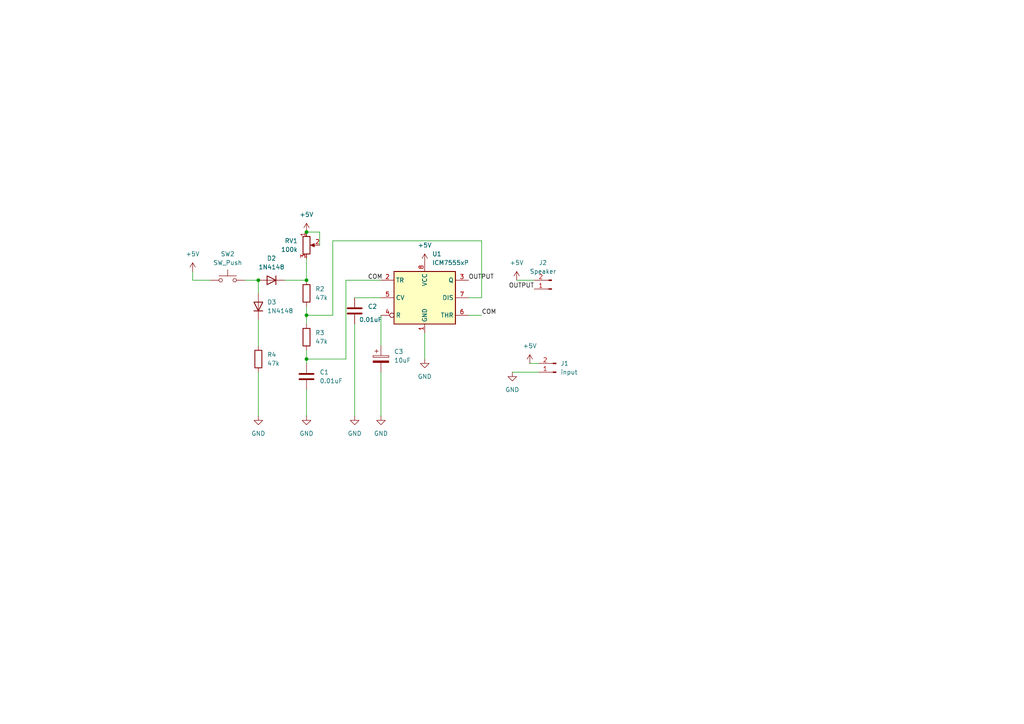
<source format=kicad_sch>
(kicad_sch
	(version 20250114)
	(generator "eeschema")
	(generator_version "9.0")
	(uuid "03aa5d95-d5dd-4cbd-8085-1e2a68bd5fb1")
	(paper "A4")
	(title_block
		(title "555 IC DOOR BELL CIRCUIT")
		(date "2025-06-16")
	)
	(lib_symbols
		(symbol "Connector:Conn_01x02_Pin"
			(pin_names
				(offset 1.016)
				(hide yes)
			)
			(exclude_from_sim no)
			(in_bom yes)
			(on_board yes)
			(property "Reference" "J"
				(at 0 2.54 0)
				(effects
					(font
						(size 1.27 1.27)
					)
				)
			)
			(property "Value" "Conn_01x02_Pin"
				(at 0 -5.08 0)
				(effects
					(font
						(size 1.27 1.27)
					)
				)
			)
			(property "Footprint" ""
				(at 0 0 0)
				(effects
					(font
						(size 1.27 1.27)
					)
					(hide yes)
				)
			)
			(property "Datasheet" "~"
				(at 0 0 0)
				(effects
					(font
						(size 1.27 1.27)
					)
					(hide yes)
				)
			)
			(property "Description" "Generic connector, single row, 01x02, script generated"
				(at 0 0 0)
				(effects
					(font
						(size 1.27 1.27)
					)
					(hide yes)
				)
			)
			(property "ki_locked" ""
				(at 0 0 0)
				(effects
					(font
						(size 1.27 1.27)
					)
				)
			)
			(property "ki_keywords" "connector"
				(at 0 0 0)
				(effects
					(font
						(size 1.27 1.27)
					)
					(hide yes)
				)
			)
			(property "ki_fp_filters" "Connector*:*_1x??_*"
				(at 0 0 0)
				(effects
					(font
						(size 1.27 1.27)
					)
					(hide yes)
				)
			)
			(symbol "Conn_01x02_Pin_1_1"
				(rectangle
					(start 0.8636 0.127)
					(end 0 -0.127)
					(stroke
						(width 0.1524)
						(type default)
					)
					(fill
						(type outline)
					)
				)
				(rectangle
					(start 0.8636 -2.413)
					(end 0 -2.667)
					(stroke
						(width 0.1524)
						(type default)
					)
					(fill
						(type outline)
					)
				)
				(polyline
					(pts
						(xy 1.27 0) (xy 0.8636 0)
					)
					(stroke
						(width 0.1524)
						(type default)
					)
					(fill
						(type none)
					)
				)
				(polyline
					(pts
						(xy 1.27 -2.54) (xy 0.8636 -2.54)
					)
					(stroke
						(width 0.1524)
						(type default)
					)
					(fill
						(type none)
					)
				)
				(pin passive line
					(at 5.08 0 180)
					(length 3.81)
					(name "Pin_1"
						(effects
							(font
								(size 1.27 1.27)
							)
						)
					)
					(number "1"
						(effects
							(font
								(size 1.27 1.27)
							)
						)
					)
				)
				(pin passive line
					(at 5.08 -2.54 180)
					(length 3.81)
					(name "Pin_2"
						(effects
							(font
								(size 1.27 1.27)
							)
						)
					)
					(number "2"
						(effects
							(font
								(size 1.27 1.27)
							)
						)
					)
				)
			)
			(embedded_fonts no)
		)
		(symbol "Device:C"
			(pin_numbers
				(hide yes)
			)
			(pin_names
				(offset 0.254)
			)
			(exclude_from_sim no)
			(in_bom yes)
			(on_board yes)
			(property "Reference" "C"
				(at 0.635 2.54 0)
				(effects
					(font
						(size 1.27 1.27)
					)
					(justify left)
				)
			)
			(property "Value" "C"
				(at 0.635 -2.54 0)
				(effects
					(font
						(size 1.27 1.27)
					)
					(justify left)
				)
			)
			(property "Footprint" ""
				(at 0.9652 -3.81 0)
				(effects
					(font
						(size 1.27 1.27)
					)
					(hide yes)
				)
			)
			(property "Datasheet" "~"
				(at 0 0 0)
				(effects
					(font
						(size 1.27 1.27)
					)
					(hide yes)
				)
			)
			(property "Description" "Unpolarized capacitor"
				(at 0 0 0)
				(effects
					(font
						(size 1.27 1.27)
					)
					(hide yes)
				)
			)
			(property "ki_keywords" "cap capacitor"
				(at 0 0 0)
				(effects
					(font
						(size 1.27 1.27)
					)
					(hide yes)
				)
			)
			(property "ki_fp_filters" "C_*"
				(at 0 0 0)
				(effects
					(font
						(size 1.27 1.27)
					)
					(hide yes)
				)
			)
			(symbol "C_0_1"
				(polyline
					(pts
						(xy -2.032 0.762) (xy 2.032 0.762)
					)
					(stroke
						(width 0.508)
						(type default)
					)
					(fill
						(type none)
					)
				)
				(polyline
					(pts
						(xy -2.032 -0.762) (xy 2.032 -0.762)
					)
					(stroke
						(width 0.508)
						(type default)
					)
					(fill
						(type none)
					)
				)
			)
			(symbol "C_1_1"
				(pin passive line
					(at 0 3.81 270)
					(length 2.794)
					(name "~"
						(effects
							(font
								(size 1.27 1.27)
							)
						)
					)
					(number "1"
						(effects
							(font
								(size 1.27 1.27)
							)
						)
					)
				)
				(pin passive line
					(at 0 -3.81 90)
					(length 2.794)
					(name "~"
						(effects
							(font
								(size 1.27 1.27)
							)
						)
					)
					(number "2"
						(effects
							(font
								(size 1.27 1.27)
							)
						)
					)
				)
			)
			(embedded_fonts no)
		)
		(symbol "Device:C_Polarized"
			(pin_numbers
				(hide yes)
			)
			(pin_names
				(offset 0.254)
			)
			(exclude_from_sim no)
			(in_bom yes)
			(on_board yes)
			(property "Reference" "C"
				(at 0.635 2.54 0)
				(effects
					(font
						(size 1.27 1.27)
					)
					(justify left)
				)
			)
			(property "Value" "C_Polarized"
				(at 0.635 -2.54 0)
				(effects
					(font
						(size 1.27 1.27)
					)
					(justify left)
				)
			)
			(property "Footprint" ""
				(at 0.9652 -3.81 0)
				(effects
					(font
						(size 1.27 1.27)
					)
					(hide yes)
				)
			)
			(property "Datasheet" "~"
				(at 0 0 0)
				(effects
					(font
						(size 1.27 1.27)
					)
					(hide yes)
				)
			)
			(property "Description" "Polarized capacitor"
				(at 0 0 0)
				(effects
					(font
						(size 1.27 1.27)
					)
					(hide yes)
				)
			)
			(property "ki_keywords" "cap capacitor"
				(at 0 0 0)
				(effects
					(font
						(size 1.27 1.27)
					)
					(hide yes)
				)
			)
			(property "ki_fp_filters" "CP_*"
				(at 0 0 0)
				(effects
					(font
						(size 1.27 1.27)
					)
					(hide yes)
				)
			)
			(symbol "C_Polarized_0_1"
				(rectangle
					(start -2.286 0.508)
					(end 2.286 1.016)
					(stroke
						(width 0)
						(type default)
					)
					(fill
						(type none)
					)
				)
				(polyline
					(pts
						(xy -1.778 2.286) (xy -0.762 2.286)
					)
					(stroke
						(width 0)
						(type default)
					)
					(fill
						(type none)
					)
				)
				(polyline
					(pts
						(xy -1.27 2.794) (xy -1.27 1.778)
					)
					(stroke
						(width 0)
						(type default)
					)
					(fill
						(type none)
					)
				)
				(rectangle
					(start 2.286 -0.508)
					(end -2.286 -1.016)
					(stroke
						(width 0)
						(type default)
					)
					(fill
						(type outline)
					)
				)
			)
			(symbol "C_Polarized_1_1"
				(pin passive line
					(at 0 3.81 270)
					(length 2.794)
					(name "~"
						(effects
							(font
								(size 1.27 1.27)
							)
						)
					)
					(number "1"
						(effects
							(font
								(size 1.27 1.27)
							)
						)
					)
				)
				(pin passive line
					(at 0 -3.81 90)
					(length 2.794)
					(name "~"
						(effects
							(font
								(size 1.27 1.27)
							)
						)
					)
					(number "2"
						(effects
							(font
								(size 1.27 1.27)
							)
						)
					)
				)
			)
			(embedded_fonts no)
		)
		(symbol "Device:R"
			(pin_numbers
				(hide yes)
			)
			(pin_names
				(offset 0)
			)
			(exclude_from_sim no)
			(in_bom yes)
			(on_board yes)
			(property "Reference" "R"
				(at 2.032 0 90)
				(effects
					(font
						(size 1.27 1.27)
					)
				)
			)
			(property "Value" "R"
				(at 0 0 90)
				(effects
					(font
						(size 1.27 1.27)
					)
				)
			)
			(property "Footprint" ""
				(at -1.778 0 90)
				(effects
					(font
						(size 1.27 1.27)
					)
					(hide yes)
				)
			)
			(property "Datasheet" "~"
				(at 0 0 0)
				(effects
					(font
						(size 1.27 1.27)
					)
					(hide yes)
				)
			)
			(property "Description" "Resistor"
				(at 0 0 0)
				(effects
					(font
						(size 1.27 1.27)
					)
					(hide yes)
				)
			)
			(property "ki_keywords" "R res resistor"
				(at 0 0 0)
				(effects
					(font
						(size 1.27 1.27)
					)
					(hide yes)
				)
			)
			(property "ki_fp_filters" "R_*"
				(at 0 0 0)
				(effects
					(font
						(size 1.27 1.27)
					)
					(hide yes)
				)
			)
			(symbol "R_0_1"
				(rectangle
					(start -1.016 -2.54)
					(end 1.016 2.54)
					(stroke
						(width 0.254)
						(type default)
					)
					(fill
						(type none)
					)
				)
			)
			(symbol "R_1_1"
				(pin passive line
					(at 0 3.81 270)
					(length 1.27)
					(name "~"
						(effects
							(font
								(size 1.27 1.27)
							)
						)
					)
					(number "1"
						(effects
							(font
								(size 1.27 1.27)
							)
						)
					)
				)
				(pin passive line
					(at 0 -3.81 90)
					(length 1.27)
					(name "~"
						(effects
							(font
								(size 1.27 1.27)
							)
						)
					)
					(number "2"
						(effects
							(font
								(size 1.27 1.27)
							)
						)
					)
				)
			)
			(embedded_fonts no)
		)
		(symbol "Device:R_Potentiometer"
			(pin_names
				(offset 1.016)
				(hide yes)
			)
			(exclude_from_sim no)
			(in_bom yes)
			(on_board yes)
			(property "Reference" "RV"
				(at -4.445 0 90)
				(effects
					(font
						(size 1.27 1.27)
					)
				)
			)
			(property "Value" "R_Potentiometer"
				(at -2.54 0 90)
				(effects
					(font
						(size 1.27 1.27)
					)
				)
			)
			(property "Footprint" ""
				(at 0 0 0)
				(effects
					(font
						(size 1.27 1.27)
					)
					(hide yes)
				)
			)
			(property "Datasheet" "~"
				(at 0 0 0)
				(effects
					(font
						(size 1.27 1.27)
					)
					(hide yes)
				)
			)
			(property "Description" "Potentiometer"
				(at 0 0 0)
				(effects
					(font
						(size 1.27 1.27)
					)
					(hide yes)
				)
			)
			(property "ki_keywords" "resistor variable"
				(at 0 0 0)
				(effects
					(font
						(size 1.27 1.27)
					)
					(hide yes)
				)
			)
			(property "ki_fp_filters" "Potentiometer*"
				(at 0 0 0)
				(effects
					(font
						(size 1.27 1.27)
					)
					(hide yes)
				)
			)
			(symbol "R_Potentiometer_0_1"
				(rectangle
					(start 1.016 2.54)
					(end -1.016 -2.54)
					(stroke
						(width 0.254)
						(type default)
					)
					(fill
						(type none)
					)
				)
				(polyline
					(pts
						(xy 1.143 0) (xy 2.286 0.508) (xy 2.286 -0.508) (xy 1.143 0)
					)
					(stroke
						(width 0)
						(type default)
					)
					(fill
						(type outline)
					)
				)
				(polyline
					(pts
						(xy 2.54 0) (xy 1.524 0)
					)
					(stroke
						(width 0)
						(type default)
					)
					(fill
						(type none)
					)
				)
			)
			(symbol "R_Potentiometer_1_1"
				(pin passive line
					(at 0 3.81 270)
					(length 1.27)
					(name "1"
						(effects
							(font
								(size 1.27 1.27)
							)
						)
					)
					(number "1"
						(effects
							(font
								(size 1.27 1.27)
							)
						)
					)
				)
				(pin passive line
					(at 0 -3.81 90)
					(length 1.27)
					(name "3"
						(effects
							(font
								(size 1.27 1.27)
							)
						)
					)
					(number "3"
						(effects
							(font
								(size 1.27 1.27)
							)
						)
					)
				)
				(pin passive line
					(at 3.81 0 180)
					(length 1.27)
					(name "2"
						(effects
							(font
								(size 1.27 1.27)
							)
						)
					)
					(number "2"
						(effects
							(font
								(size 1.27 1.27)
							)
						)
					)
				)
			)
			(embedded_fonts no)
		)
		(symbol "Diode:1N4148"
			(pin_numbers
				(hide yes)
			)
			(pin_names
				(hide yes)
			)
			(exclude_from_sim no)
			(in_bom yes)
			(on_board yes)
			(property "Reference" "D"
				(at 0 2.54 0)
				(effects
					(font
						(size 1.27 1.27)
					)
				)
			)
			(property "Value" "1N4148"
				(at 0 -2.54 0)
				(effects
					(font
						(size 1.27 1.27)
					)
				)
			)
			(property "Footprint" "Diode_THT:D_DO-35_SOD27_P7.62mm_Horizontal"
				(at 0 0 0)
				(effects
					(font
						(size 1.27 1.27)
					)
					(hide yes)
				)
			)
			(property "Datasheet" "https://assets.nexperia.com/documents/data-sheet/1N4148_1N4448.pdf"
				(at 0 0 0)
				(effects
					(font
						(size 1.27 1.27)
					)
					(hide yes)
				)
			)
			(property "Description" "100V 0.15A standard switching diode, DO-35"
				(at 0 0 0)
				(effects
					(font
						(size 1.27 1.27)
					)
					(hide yes)
				)
			)
			(property "Sim.Device" "D"
				(at 0 0 0)
				(effects
					(font
						(size 1.27 1.27)
					)
					(hide yes)
				)
			)
			(property "Sim.Pins" "1=K 2=A"
				(at 0 0 0)
				(effects
					(font
						(size 1.27 1.27)
					)
					(hide yes)
				)
			)
			(property "ki_keywords" "diode"
				(at 0 0 0)
				(effects
					(font
						(size 1.27 1.27)
					)
					(hide yes)
				)
			)
			(property "ki_fp_filters" "D*DO?35*"
				(at 0 0 0)
				(effects
					(font
						(size 1.27 1.27)
					)
					(hide yes)
				)
			)
			(symbol "1N4148_0_1"
				(polyline
					(pts
						(xy -1.27 1.27) (xy -1.27 -1.27)
					)
					(stroke
						(width 0.254)
						(type default)
					)
					(fill
						(type none)
					)
				)
				(polyline
					(pts
						(xy 1.27 1.27) (xy 1.27 -1.27) (xy -1.27 0) (xy 1.27 1.27)
					)
					(stroke
						(width 0.254)
						(type default)
					)
					(fill
						(type none)
					)
				)
				(polyline
					(pts
						(xy 1.27 0) (xy -1.27 0)
					)
					(stroke
						(width 0)
						(type default)
					)
					(fill
						(type none)
					)
				)
			)
			(symbol "1N4148_1_1"
				(pin passive line
					(at -3.81 0 0)
					(length 2.54)
					(name "K"
						(effects
							(font
								(size 1.27 1.27)
							)
						)
					)
					(number "1"
						(effects
							(font
								(size 1.27 1.27)
							)
						)
					)
				)
				(pin passive line
					(at 3.81 0 180)
					(length 2.54)
					(name "A"
						(effects
							(font
								(size 1.27 1.27)
							)
						)
					)
					(number "2"
						(effects
							(font
								(size 1.27 1.27)
							)
						)
					)
				)
			)
			(embedded_fonts no)
		)
		(symbol "Switch:SW_Push"
			(pin_numbers
				(hide yes)
			)
			(pin_names
				(offset 1.016)
				(hide yes)
			)
			(exclude_from_sim no)
			(in_bom yes)
			(on_board yes)
			(property "Reference" "SW"
				(at 1.27 2.54 0)
				(effects
					(font
						(size 1.27 1.27)
					)
					(justify left)
				)
			)
			(property "Value" "SW_Push"
				(at 0 -1.524 0)
				(effects
					(font
						(size 1.27 1.27)
					)
				)
			)
			(property "Footprint" ""
				(at 0 5.08 0)
				(effects
					(font
						(size 1.27 1.27)
					)
					(hide yes)
				)
			)
			(property "Datasheet" "~"
				(at 0 5.08 0)
				(effects
					(font
						(size 1.27 1.27)
					)
					(hide yes)
				)
			)
			(property "Description" "Push button switch, generic, two pins"
				(at 0 0 0)
				(effects
					(font
						(size 1.27 1.27)
					)
					(hide yes)
				)
			)
			(property "ki_keywords" "switch normally-open pushbutton push-button"
				(at 0 0 0)
				(effects
					(font
						(size 1.27 1.27)
					)
					(hide yes)
				)
			)
			(symbol "SW_Push_0_1"
				(circle
					(center -2.032 0)
					(radius 0.508)
					(stroke
						(width 0)
						(type default)
					)
					(fill
						(type none)
					)
				)
				(polyline
					(pts
						(xy 0 1.27) (xy 0 3.048)
					)
					(stroke
						(width 0)
						(type default)
					)
					(fill
						(type none)
					)
				)
				(circle
					(center 2.032 0)
					(radius 0.508)
					(stroke
						(width 0)
						(type default)
					)
					(fill
						(type none)
					)
				)
				(polyline
					(pts
						(xy 2.54 1.27) (xy -2.54 1.27)
					)
					(stroke
						(width 0)
						(type default)
					)
					(fill
						(type none)
					)
				)
				(pin passive line
					(at -5.08 0 0)
					(length 2.54)
					(name "1"
						(effects
							(font
								(size 1.27 1.27)
							)
						)
					)
					(number "1"
						(effects
							(font
								(size 1.27 1.27)
							)
						)
					)
				)
				(pin passive line
					(at 5.08 0 180)
					(length 2.54)
					(name "2"
						(effects
							(font
								(size 1.27 1.27)
							)
						)
					)
					(number "2"
						(effects
							(font
								(size 1.27 1.27)
							)
						)
					)
				)
			)
			(embedded_fonts no)
		)
		(symbol "Timer:ICM7555xP"
			(exclude_from_sim no)
			(in_bom yes)
			(on_board yes)
			(property "Reference" "U"
				(at -10.16 8.89 0)
				(effects
					(font
						(size 1.27 1.27)
					)
					(justify left)
				)
			)
			(property "Value" "ICM7555xP"
				(at 2.54 8.89 0)
				(effects
					(font
						(size 1.27 1.27)
					)
					(justify left)
				)
			)
			(property "Footprint" "Package_DIP:DIP-8_W7.62mm"
				(at 16.51 -10.16 0)
				(effects
					(font
						(size 1.27 1.27)
					)
					(hide yes)
				)
			)
			(property "Datasheet" "http://www.intersil.com/content/dam/Intersil/documents/icm7/icm7555-56.pdf"
				(at 21.59 -10.16 0)
				(effects
					(font
						(size 1.27 1.27)
					)
					(hide yes)
				)
			)
			(property "Description" "CMOS General Purpose Timer, 555 compatible, PDIP-8"
				(at 0 0 0)
				(effects
					(font
						(size 1.27 1.27)
					)
					(hide yes)
				)
			)
			(property "ki_keywords" "single timer 555"
				(at 0 0 0)
				(effects
					(font
						(size 1.27 1.27)
					)
					(hide yes)
				)
			)
			(property "ki_fp_filters" "DIP*W7.62mm*"
				(at 0 0 0)
				(effects
					(font
						(size 1.27 1.27)
					)
					(hide yes)
				)
			)
			(symbol "ICM7555xP_0_0"
				(pin power_in line
					(at 0 10.16 270)
					(length 2.54)
					(name "VCC"
						(effects
							(font
								(size 1.27 1.27)
							)
						)
					)
					(number "8"
						(effects
							(font
								(size 1.27 1.27)
							)
						)
					)
				)
				(pin power_in line
					(at 0 -10.16 90)
					(length 2.54)
					(name "GND"
						(effects
							(font
								(size 1.27 1.27)
							)
						)
					)
					(number "1"
						(effects
							(font
								(size 1.27 1.27)
							)
						)
					)
				)
			)
			(symbol "ICM7555xP_0_1"
				(rectangle
					(start -8.89 -7.62)
					(end 8.89 7.62)
					(stroke
						(width 0.254)
						(type default)
					)
					(fill
						(type background)
					)
				)
				(rectangle
					(start -8.89 -7.62)
					(end 8.89 7.62)
					(stroke
						(width 0.254)
						(type default)
					)
					(fill
						(type background)
					)
				)
			)
			(symbol "ICM7555xP_1_1"
				(pin input line
					(at -12.7 5.08 0)
					(length 3.81)
					(name "TR"
						(effects
							(font
								(size 1.27 1.27)
							)
						)
					)
					(number "2"
						(effects
							(font
								(size 1.27 1.27)
							)
						)
					)
				)
				(pin input line
					(at -12.7 0 0)
					(length 3.81)
					(name "CV"
						(effects
							(font
								(size 1.27 1.27)
							)
						)
					)
					(number "5"
						(effects
							(font
								(size 1.27 1.27)
							)
						)
					)
				)
				(pin input inverted
					(at -12.7 -5.08 0)
					(length 3.81)
					(name "R"
						(effects
							(font
								(size 1.27 1.27)
							)
						)
					)
					(number "4"
						(effects
							(font
								(size 1.27 1.27)
							)
						)
					)
				)
				(pin output line
					(at 12.7 5.08 180)
					(length 3.81)
					(name "Q"
						(effects
							(font
								(size 1.27 1.27)
							)
						)
					)
					(number "3"
						(effects
							(font
								(size 1.27 1.27)
							)
						)
					)
				)
				(pin input line
					(at 12.7 0 180)
					(length 3.81)
					(name "DIS"
						(effects
							(font
								(size 1.27 1.27)
							)
						)
					)
					(number "7"
						(effects
							(font
								(size 1.27 1.27)
							)
						)
					)
				)
				(pin input line
					(at 12.7 -5.08 180)
					(length 3.81)
					(name "THR"
						(effects
							(font
								(size 1.27 1.27)
							)
						)
					)
					(number "6"
						(effects
							(font
								(size 1.27 1.27)
							)
						)
					)
				)
			)
			(embedded_fonts no)
		)
		(symbol "power:+5V"
			(power)
			(pin_numbers
				(hide yes)
			)
			(pin_names
				(offset 0)
				(hide yes)
			)
			(exclude_from_sim no)
			(in_bom yes)
			(on_board yes)
			(property "Reference" "#PWR"
				(at 0 -3.81 0)
				(effects
					(font
						(size 1.27 1.27)
					)
					(hide yes)
				)
			)
			(property "Value" "+5V"
				(at 0 3.556 0)
				(effects
					(font
						(size 1.27 1.27)
					)
				)
			)
			(property "Footprint" ""
				(at 0 0 0)
				(effects
					(font
						(size 1.27 1.27)
					)
					(hide yes)
				)
			)
			(property "Datasheet" ""
				(at 0 0 0)
				(effects
					(font
						(size 1.27 1.27)
					)
					(hide yes)
				)
			)
			(property "Description" "Power symbol creates a global label with name \"+5V\""
				(at 0 0 0)
				(effects
					(font
						(size 1.27 1.27)
					)
					(hide yes)
				)
			)
			(property "ki_keywords" "global power"
				(at 0 0 0)
				(effects
					(font
						(size 1.27 1.27)
					)
					(hide yes)
				)
			)
			(symbol "+5V_0_1"
				(polyline
					(pts
						(xy -0.762 1.27) (xy 0 2.54)
					)
					(stroke
						(width 0)
						(type default)
					)
					(fill
						(type none)
					)
				)
				(polyline
					(pts
						(xy 0 2.54) (xy 0.762 1.27)
					)
					(stroke
						(width 0)
						(type default)
					)
					(fill
						(type none)
					)
				)
				(polyline
					(pts
						(xy 0 0) (xy 0 2.54)
					)
					(stroke
						(width 0)
						(type default)
					)
					(fill
						(type none)
					)
				)
			)
			(symbol "+5V_1_1"
				(pin power_in line
					(at 0 0 90)
					(length 0)
					(name "~"
						(effects
							(font
								(size 1.27 1.27)
							)
						)
					)
					(number "1"
						(effects
							(font
								(size 1.27 1.27)
							)
						)
					)
				)
			)
			(embedded_fonts no)
		)
		(symbol "power:GND"
			(power)
			(pin_numbers
				(hide yes)
			)
			(pin_names
				(offset 0)
				(hide yes)
			)
			(exclude_from_sim no)
			(in_bom yes)
			(on_board yes)
			(property "Reference" "#PWR"
				(at 0 -6.35 0)
				(effects
					(font
						(size 1.27 1.27)
					)
					(hide yes)
				)
			)
			(property "Value" "GND"
				(at 0 -3.81 0)
				(effects
					(font
						(size 1.27 1.27)
					)
				)
			)
			(property "Footprint" ""
				(at 0 0 0)
				(effects
					(font
						(size 1.27 1.27)
					)
					(hide yes)
				)
			)
			(property "Datasheet" ""
				(at 0 0 0)
				(effects
					(font
						(size 1.27 1.27)
					)
					(hide yes)
				)
			)
			(property "Description" "Power symbol creates a global label with name \"GND\" , ground"
				(at 0 0 0)
				(effects
					(font
						(size 1.27 1.27)
					)
					(hide yes)
				)
			)
			(property "ki_keywords" "global power"
				(at 0 0 0)
				(effects
					(font
						(size 1.27 1.27)
					)
					(hide yes)
				)
			)
			(symbol "GND_0_1"
				(polyline
					(pts
						(xy 0 0) (xy 0 -1.27) (xy 1.27 -1.27) (xy 0 -2.54) (xy -1.27 -1.27) (xy 0 -1.27)
					)
					(stroke
						(width 0)
						(type default)
					)
					(fill
						(type none)
					)
				)
			)
			(symbol "GND_1_1"
				(pin power_in line
					(at 0 0 270)
					(length 0)
					(name "~"
						(effects
							(font
								(size 1.27 1.27)
							)
						)
					)
					(number "1"
						(effects
							(font
								(size 1.27 1.27)
							)
						)
					)
				)
			)
			(embedded_fonts no)
		)
	)
	(junction
		(at 88.9 104.14)
		(diameter 0)
		(color 0 0 0 0)
		(uuid "13dfc99a-575c-4cdc-8135-4703b0861c71")
	)
	(junction
		(at 88.9 91.44)
		(diameter 0)
		(color 0 0 0 0)
		(uuid "3776e664-2ce7-4039-970b-fbaca8f54dd3")
	)
	(junction
		(at 74.93 81.28)
		(diameter 0)
		(color 0 0 0 0)
		(uuid "553bedb2-b1a2-45d9-a991-201e2f45e921")
	)
	(junction
		(at 88.9 81.28)
		(diameter 0)
		(color 0 0 0 0)
		(uuid "5cf635d7-45c4-4ba1-89bc-7698b76071f0")
	)
	(junction
		(at 88.9 67.31)
		(diameter 0)
		(color 0 0 0 0)
		(uuid "b83efc42-c2bb-4b47-8811-a2ccc2efe223")
	)
	(wire
		(pts
			(xy 92.71 67.31) (xy 92.71 71.12)
		)
		(stroke
			(width 0)
			(type default)
		)
		(uuid "0263e827-cbb9-4add-a4e4-59da8cdec068")
	)
	(wire
		(pts
			(xy 74.93 81.28) (xy 74.93 85.09)
		)
		(stroke
			(width 0)
			(type default)
		)
		(uuid "07ff7cd6-e2e2-4284-a43d-ff75b25e196c")
	)
	(wire
		(pts
			(xy 96.52 91.44) (xy 88.9 91.44)
		)
		(stroke
			(width 0)
			(type default)
		)
		(uuid "11cb9453-27d3-446d-94c8-0a2a7c20bc50")
	)
	(wire
		(pts
			(xy 55.88 81.28) (xy 60.96 81.28)
		)
		(stroke
			(width 0)
			(type default)
		)
		(uuid "1fdb7be9-8956-43c8-afba-a9e35c5d77fc")
	)
	(wire
		(pts
			(xy 123.19 96.52) (xy 123.19 104.14)
		)
		(stroke
			(width 0)
			(type default)
		)
		(uuid "23dc297d-0afe-4f09-a1b4-bd0cea3a0aa8")
	)
	(wire
		(pts
			(xy 88.9 67.31) (xy 92.71 67.31)
		)
		(stroke
			(width 0)
			(type default)
		)
		(uuid "2e5be2c5-c13a-4739-8b6e-728129bea14b")
	)
	(wire
		(pts
			(xy 88.9 113.03) (xy 88.9 120.65)
		)
		(stroke
			(width 0)
			(type default)
		)
		(uuid "3d5526e6-cb84-4719-b0d8-b8b0ced65f3f")
	)
	(wire
		(pts
			(xy 149.86 81.28) (xy 154.94 81.28)
		)
		(stroke
			(width 0)
			(type default)
		)
		(uuid "48f09e55-282f-4624-9a44-2a50c8c8625a")
	)
	(wire
		(pts
			(xy 88.9 104.14) (xy 100.33 104.14)
		)
		(stroke
			(width 0)
			(type default)
		)
		(uuid "497a86d4-69b6-4e47-91f3-3b6338088f01")
	)
	(wire
		(pts
			(xy 74.93 92.71) (xy 74.93 100.33)
		)
		(stroke
			(width 0)
			(type default)
		)
		(uuid "6240b666-7101-4b56-87c3-411c73f073b5")
	)
	(wire
		(pts
			(xy 139.7 86.36) (xy 139.7 69.85)
		)
		(stroke
			(width 0)
			(type default)
		)
		(uuid "6be8c9a1-101a-4d90-b282-181dd556ef65")
	)
	(wire
		(pts
			(xy 102.87 93.98) (xy 102.87 120.65)
		)
		(stroke
			(width 0)
			(type default)
		)
		(uuid "78724c5e-27e1-4b95-b79f-8f5a8afe3496")
	)
	(wire
		(pts
			(xy 74.93 107.95) (xy 74.93 120.65)
		)
		(stroke
			(width 0)
			(type default)
		)
		(uuid "7bffc786-364c-423d-a4a7-09cdfd997de8")
	)
	(wire
		(pts
			(xy 71.12 81.28) (xy 74.93 81.28)
		)
		(stroke
			(width 0)
			(type default)
		)
		(uuid "7ec03e2f-d1d5-4054-a01f-010a9432ad53")
	)
	(wire
		(pts
			(xy 88.9 101.6) (xy 88.9 104.14)
		)
		(stroke
			(width 0)
			(type default)
		)
		(uuid "8d84d9bc-867d-4532-9a55-356157c75e4e")
	)
	(wire
		(pts
			(xy 88.9 88.9) (xy 88.9 91.44)
		)
		(stroke
			(width 0)
			(type default)
		)
		(uuid "91f86b79-531b-4356-9933-8380c9cd4f45")
	)
	(wire
		(pts
			(xy 100.33 104.14) (xy 100.33 81.28)
		)
		(stroke
			(width 0)
			(type default)
		)
		(uuid "a518687d-a2c8-4a9a-b8ed-90f610c45bdf")
	)
	(wire
		(pts
			(xy 55.88 81.28) (xy 55.88 78.74)
		)
		(stroke
			(width 0)
			(type default)
		)
		(uuid "ad415b02-f435-4ae5-8ee3-1e44d5d5e39e")
	)
	(wire
		(pts
			(xy 153.67 105.41) (xy 156.21 105.41)
		)
		(stroke
			(width 0)
			(type default)
		)
		(uuid "b02d9720-24e6-4839-946e-17dbc83729aa")
	)
	(wire
		(pts
			(xy 102.87 86.36) (xy 110.49 86.36)
		)
		(stroke
			(width 0)
			(type default)
		)
		(uuid "b05d4a20-01dd-492f-8265-8840ea0d6e4b")
	)
	(wire
		(pts
			(xy 110.49 91.44) (xy 110.49 100.33)
		)
		(stroke
			(width 0)
			(type default)
		)
		(uuid "b8be8258-c7e6-41fe-8c86-ec5f0534338a")
	)
	(wire
		(pts
			(xy 88.9 91.44) (xy 88.9 93.98)
		)
		(stroke
			(width 0)
			(type default)
		)
		(uuid "b93d8e35-08ba-4f7f-ba7f-8bed11b2f5f5")
	)
	(wire
		(pts
			(xy 148.59 107.95) (xy 156.21 107.95)
		)
		(stroke
			(width 0)
			(type default)
		)
		(uuid "bf95ed93-635f-4625-9187-69d94983ecce")
	)
	(wire
		(pts
			(xy 135.89 86.36) (xy 139.7 86.36)
		)
		(stroke
			(width 0)
			(type default)
		)
		(uuid "c23c0de3-58d7-473c-b0a1-43c0434155fa")
	)
	(wire
		(pts
			(xy 110.49 107.95) (xy 110.49 120.65)
		)
		(stroke
			(width 0)
			(type default)
		)
		(uuid "c3c48694-79c2-490c-a257-a58fec6fdb6d")
	)
	(wire
		(pts
			(xy 139.7 69.85) (xy 96.52 69.85)
		)
		(stroke
			(width 0)
			(type default)
		)
		(uuid "c60c1ec8-14e9-439c-834e-7f47920ea439")
	)
	(wire
		(pts
			(xy 82.55 81.28) (xy 88.9 81.28)
		)
		(stroke
			(width 0)
			(type default)
		)
		(uuid "cdb873dd-af4f-42ee-80de-b4e85d0d49bb")
	)
	(wire
		(pts
			(xy 100.33 81.28) (xy 110.49 81.28)
		)
		(stroke
			(width 0)
			(type default)
		)
		(uuid "d9f9ff7c-7220-4b2f-9080-66181313222b")
	)
	(wire
		(pts
			(xy 88.9 74.93) (xy 88.9 81.28)
		)
		(stroke
			(width 0)
			(type default)
		)
		(uuid "eb9e03f4-b8c4-4df7-acd9-de1a6a59795b")
	)
	(wire
		(pts
			(xy 88.9 104.14) (xy 88.9 105.41)
		)
		(stroke
			(width 0)
			(type default)
		)
		(uuid "ee2dca74-e9c8-41bf-9493-255a0d00a58e")
	)
	(wire
		(pts
			(xy 96.52 69.85) (xy 96.52 91.44)
		)
		(stroke
			(width 0)
			(type default)
		)
		(uuid "fa131c26-2bb6-44d2-99b1-52c156294687")
	)
	(wire
		(pts
			(xy 135.89 91.44) (xy 139.7 91.44)
		)
		(stroke
			(width 0)
			(type default)
		)
		(uuid "fcf533bf-adb8-46c9-be49-0957fb8baffd")
	)
	(label "COM"
		(at 139.7 91.44 0)
		(effects
			(font
				(size 1.27 1.27)
			)
			(justify left bottom)
		)
		(uuid "1401d437-7e3d-4e05-bc85-01128e461555")
	)
	(label "COM"
		(at 106.68 81.28 0)
		(effects
			(font
				(size 1.27 1.27)
			)
			(justify left bottom)
		)
		(uuid "8d059b8e-3015-471f-b56a-68afe6bddf75")
	)
	(label "OUTPUT"
		(at 135.89 81.28 0)
		(effects
			(font
				(size 1.27 1.27)
			)
			(justify left bottom)
		)
		(uuid "9f49fca7-8d6b-4182-b3db-422d8abcc777")
	)
	(label "OUTPUT"
		(at 154.94 83.82 180)
		(effects
			(font
				(size 1.27 1.27)
			)
			(justify right bottom)
		)
		(uuid "ca5cc833-6420-4b5c-89e6-c528be835523")
	)
	(symbol
		(lib_id "Connector:Conn_01x02_Pin")
		(at 161.29 107.95 180)
		(unit 1)
		(exclude_from_sim no)
		(in_bom yes)
		(on_board yes)
		(dnp no)
		(fields_autoplaced yes)
		(uuid "021ef7d5-1bee-41d7-aad5-240d32e39554")
		(property "Reference" "J1"
			(at 162.56 105.4099 0)
			(effects
				(font
					(size 1.27 1.27)
				)
				(justify right)
			)
		)
		(property "Value" "input"
			(at 162.56 107.9499 0)
			(effects
				(font
					(size 1.27 1.27)
				)
				(justify right)
			)
		)
		(property "Footprint" "TerminalBlock:TerminalBlock_MaiXu_MX126-5.0-02P_1x02_P5.00mm"
			(at 161.29 107.95 0)
			(effects
				(font
					(size 1.27 1.27)
				)
				(hide yes)
			)
		)
		(property "Datasheet" "~"
			(at 161.29 107.95 0)
			(effects
				(font
					(size 1.27 1.27)
				)
				(hide yes)
			)
		)
		(property "Description" "Generic connector, single row, 01x02, script generated"
			(at 161.29 107.95 0)
			(effects
				(font
					(size 1.27 1.27)
				)
				(hide yes)
			)
		)
		(pin "2"
			(uuid "bc2fc501-bc4f-419d-8841-617741edc0b3")
		)
		(pin "1"
			(uuid "8547e3c3-a7c5-4eb9-9519-3342f8d4533d")
		)
		(instances
			(project ""
				(path "/03aa5d95-d5dd-4cbd-8085-1e2a68bd5fb1"
					(reference "J1")
					(unit 1)
				)
			)
		)
	)
	(symbol
		(lib_id "Timer:ICM7555xP")
		(at 123.19 86.36 0)
		(unit 1)
		(exclude_from_sim no)
		(in_bom yes)
		(on_board yes)
		(dnp no)
		(fields_autoplaced yes)
		(uuid "16494e96-fd3e-407f-b905-8d30e3758f25")
		(property "Reference" "U1"
			(at 125.3333 73.66 0)
			(effects
				(font
					(size 1.27 1.27)
				)
				(justify left)
			)
		)
		(property "Value" "ICM7555xP"
			(at 125.3333 76.2 0)
			(effects
				(font
					(size 1.27 1.27)
				)
				(justify left)
			)
		)
		(property "Footprint" "Package_DIP:DIP-8_W7.62mm"
			(at 139.7 96.52 0)
			(effects
				(font
					(size 1.27 1.27)
				)
				(hide yes)
			)
		)
		(property "Datasheet" "http://www.intersil.com/content/dam/Intersil/documents/icm7/icm7555-56.pdf"
			(at 144.78 96.52 0)
			(effects
				(font
					(size 1.27 1.27)
				)
				(hide yes)
			)
		)
		(property "Description" "CMOS General Purpose Timer, 555 compatible, PDIP-8"
			(at 123.19 86.36 0)
			(effects
				(font
					(size 1.27 1.27)
				)
				(hide yes)
			)
		)
		(pin "6"
			(uuid "92833076-b04c-4316-aa71-658ce7154060")
		)
		(pin "2"
			(uuid "cee9e8ec-b20e-43d5-8a85-dfeb467fb7f1")
		)
		(pin "3"
			(uuid "e91edfb9-3e5f-465a-8685-ec59ba351eee")
		)
		(pin "5"
			(uuid "733916d0-ab39-4f0a-837e-f574e7f0b65a")
		)
		(pin "4"
			(uuid "fb77d793-897a-4f0c-9845-75d8b0269e97")
		)
		(pin "8"
			(uuid "aa5d4683-4cba-4e20-a3f3-d43a96b50af7")
		)
		(pin "1"
			(uuid "2f87eba4-655a-4407-b192-fa944bd12993")
		)
		(pin "7"
			(uuid "ab688f03-c4fa-4b62-815d-ca3b1fd9bede")
		)
		(instances
			(project ""
				(path "/03aa5d95-d5dd-4cbd-8085-1e2a68bd5fb1"
					(reference "U1")
					(unit 1)
				)
			)
		)
	)
	(symbol
		(lib_id "Device:R")
		(at 74.93 104.14 0)
		(unit 1)
		(exclude_from_sim no)
		(in_bom yes)
		(on_board yes)
		(dnp no)
		(fields_autoplaced yes)
		(uuid "18ed1fc9-183a-4208-a6ef-a889d9ea0c3a")
		(property "Reference" "R4"
			(at 77.47 102.8699 0)
			(effects
				(font
					(size 1.27 1.27)
				)
				(justify left)
			)
		)
		(property "Value" "47k"
			(at 77.47 105.4099 0)
			(effects
				(font
					(size 1.27 1.27)
				)
				(justify left)
			)
		)
		(property "Footprint" "Resistor_THT:R_Axial_DIN0207_L6.3mm_D2.5mm_P10.16mm_Horizontal"
			(at 73.152 104.14 90)
			(effects
				(font
					(size 1.27 1.27)
				)
				(hide yes)
			)
		)
		(property "Datasheet" "~"
			(at 74.93 104.14 0)
			(effects
				(font
					(size 1.27 1.27)
				)
				(hide yes)
			)
		)
		(property "Description" "Resistor"
			(at 74.93 104.14 0)
			(effects
				(font
					(size 1.27 1.27)
				)
				(hide yes)
			)
		)
		(pin "1"
			(uuid "b956e97c-7586-4eaa-9371-555e9f666e39")
		)
		(pin "2"
			(uuid "eeeb4371-ba3c-4028-a393-5d92af9a795b")
		)
		(instances
			(project ""
				(path "/03aa5d95-d5dd-4cbd-8085-1e2a68bd5fb1"
					(reference "R4")
					(unit 1)
				)
			)
		)
	)
	(symbol
		(lib_id "power:+5V")
		(at 88.9 67.31 0)
		(unit 1)
		(exclude_from_sim no)
		(in_bom yes)
		(on_board yes)
		(dnp no)
		(fields_autoplaced yes)
		(uuid "25fc3d6a-444b-49b6-9726-eca5b91e64ce")
		(property "Reference" "#PWR04"
			(at 88.9 71.12 0)
			(effects
				(font
					(size 1.27 1.27)
				)
				(hide yes)
			)
		)
		(property "Value" "+5V"
			(at 88.9 62.23 0)
			(effects
				(font
					(size 1.27 1.27)
				)
			)
		)
		(property "Footprint" ""
			(at 88.9 67.31 0)
			(effects
				(font
					(size 1.27 1.27)
				)
				(hide yes)
			)
		)
		(property "Datasheet" ""
			(at 88.9 67.31 0)
			(effects
				(font
					(size 1.27 1.27)
				)
				(hide yes)
			)
		)
		(property "Description" "Power symbol creates a global label with name \"+5V\""
			(at 88.9 67.31 0)
			(effects
				(font
					(size 1.27 1.27)
				)
				(hide yes)
			)
		)
		(pin "1"
			(uuid "23d0d605-5c1e-4bfc-9747-411e55675d26")
		)
		(instances
			(project "doorbell"
				(path "/03aa5d95-d5dd-4cbd-8085-1e2a68bd5fb1"
					(reference "#PWR04")
					(unit 1)
				)
			)
		)
	)
	(symbol
		(lib_id "power:GND")
		(at 74.93 120.65 0)
		(unit 1)
		(exclude_from_sim no)
		(in_bom yes)
		(on_board yes)
		(dnp no)
		(fields_autoplaced yes)
		(uuid "2d5a28e1-96c2-4414-9acf-3e3d12909471")
		(property "Reference" "#PWR03"
			(at 74.93 127 0)
			(effects
				(font
					(size 1.27 1.27)
				)
				(hide yes)
			)
		)
		(property "Value" "GND"
			(at 74.93 125.73 0)
			(effects
				(font
					(size 1.27 1.27)
				)
			)
		)
		(property "Footprint" ""
			(at 74.93 120.65 0)
			(effects
				(font
					(size 1.27 1.27)
				)
				(hide yes)
			)
		)
		(property "Datasheet" ""
			(at 74.93 120.65 0)
			(effects
				(font
					(size 1.27 1.27)
				)
				(hide yes)
			)
		)
		(property "Description" "Power symbol creates a global label with name \"GND\" , ground"
			(at 74.93 120.65 0)
			(effects
				(font
					(size 1.27 1.27)
				)
				(hide yes)
			)
		)
		(pin "1"
			(uuid "a470dd42-875d-4d9e-a3dd-a4d3462f356d")
		)
		(instances
			(project "doorbell"
				(path "/03aa5d95-d5dd-4cbd-8085-1e2a68bd5fb1"
					(reference "#PWR03")
					(unit 1)
				)
			)
		)
	)
	(symbol
		(lib_id "Diode:1N4148")
		(at 78.74 81.28 180)
		(unit 1)
		(exclude_from_sim no)
		(in_bom yes)
		(on_board yes)
		(dnp no)
		(fields_autoplaced yes)
		(uuid "3d24c4fe-d699-45e0-91df-811086b47dba")
		(property "Reference" "D2"
			(at 78.74 74.93 0)
			(effects
				(font
					(size 1.27 1.27)
				)
			)
		)
		(property "Value" "1N4148"
			(at 78.74 77.47 0)
			(effects
				(font
					(size 1.27 1.27)
				)
			)
		)
		(property "Footprint" "Diode_THT:D_DO-35_SOD27_P7.62mm_Horizontal"
			(at 78.74 81.28 0)
			(effects
				(font
					(size 1.27 1.27)
				)
				(hide yes)
			)
		)
		(property "Datasheet" "https://assets.nexperia.com/documents/data-sheet/1N4148_1N4448.pdf"
			(at 78.74 81.28 0)
			(effects
				(font
					(size 1.27 1.27)
				)
				(hide yes)
			)
		)
		(property "Description" "100V 0.15A standard switching diode, DO-35"
			(at 78.74 81.28 0)
			(effects
				(font
					(size 1.27 1.27)
				)
				(hide yes)
			)
		)
		(property "Sim.Device" "D"
			(at 78.74 81.28 0)
			(effects
				(font
					(size 1.27 1.27)
				)
				(hide yes)
			)
		)
		(property "Sim.Pins" "1=K 2=A"
			(at 78.74 81.28 0)
			(effects
				(font
					(size 1.27 1.27)
				)
				(hide yes)
			)
		)
		(pin "1"
			(uuid "69fb76f0-df5d-42ff-ab76-3b809041d3e8")
		)
		(pin "2"
			(uuid "235b3612-f6c0-4e7f-a0c6-56969a9d939c")
		)
		(instances
			(project ""
				(path "/03aa5d95-d5dd-4cbd-8085-1e2a68bd5fb1"
					(reference "D2")
					(unit 1)
				)
			)
		)
	)
	(symbol
		(lib_id "power:GND")
		(at 110.49 120.65 0)
		(unit 1)
		(exclude_from_sim no)
		(in_bom yes)
		(on_board yes)
		(dnp no)
		(fields_autoplaced yes)
		(uuid "43614829-7281-4443-a1eb-0cefc9849574")
		(property "Reference" "#PWR01"
			(at 110.49 127 0)
			(effects
				(font
					(size 1.27 1.27)
				)
				(hide yes)
			)
		)
		(property "Value" "GND"
			(at 110.49 125.73 0)
			(effects
				(font
					(size 1.27 1.27)
				)
			)
		)
		(property "Footprint" ""
			(at 110.49 120.65 0)
			(effects
				(font
					(size 1.27 1.27)
				)
				(hide yes)
			)
		)
		(property "Datasheet" ""
			(at 110.49 120.65 0)
			(effects
				(font
					(size 1.27 1.27)
				)
				(hide yes)
			)
		)
		(property "Description" "Power symbol creates a global label with name \"GND\" , ground"
			(at 110.49 120.65 0)
			(effects
				(font
					(size 1.27 1.27)
				)
				(hide yes)
			)
		)
		(pin "1"
			(uuid "d5ee89cc-b0e9-4017-9053-b362bea1733e")
		)
		(instances
			(project ""
				(path "/03aa5d95-d5dd-4cbd-8085-1e2a68bd5fb1"
					(reference "#PWR01")
					(unit 1)
				)
			)
		)
	)
	(symbol
		(lib_id "Connector:Conn_01x02_Pin")
		(at 160.02 83.82 180)
		(unit 1)
		(exclude_from_sim no)
		(in_bom yes)
		(on_board yes)
		(dnp no)
		(uuid "52cc1d27-be54-4c87-963a-4dd837982ad0")
		(property "Reference" "J2"
			(at 157.48 76.2 0)
			(effects
				(font
					(size 1.27 1.27)
				)
			)
		)
		(property "Value" "Speaker"
			(at 157.48 78.74 0)
			(effects
				(font
					(size 1.27 1.27)
				)
			)
		)
		(property "Footprint" "TerminalBlock:TerminalBlock_MaiXu_MX126-5.0-02P_1x02_P5.00mm"
			(at 160.02 83.82 0)
			(effects
				(font
					(size 1.27 1.27)
				)
				(hide yes)
			)
		)
		(property "Datasheet" "~"
			(at 160.02 83.82 0)
			(effects
				(font
					(size 1.27 1.27)
				)
				(hide yes)
			)
		)
		(property "Description" "Generic connector, single row, 01x02, script generated"
			(at 160.02 83.82 0)
			(effects
				(font
					(size 1.27 1.27)
				)
				(hide yes)
			)
		)
		(pin "2"
			(uuid "bc2fc501-bc4f-419d-8841-617741edc0b4")
		)
		(pin "1"
			(uuid "8547e3c3-a7c5-4eb9-9519-3342f8d4533e")
		)
		(instances
			(project ""
				(path "/03aa5d95-d5dd-4cbd-8085-1e2a68bd5fb1"
					(reference "J2")
					(unit 1)
				)
			)
		)
	)
	(symbol
		(lib_id "Device:C")
		(at 88.9 109.22 0)
		(unit 1)
		(exclude_from_sim no)
		(in_bom yes)
		(on_board yes)
		(dnp no)
		(fields_autoplaced yes)
		(uuid "53f97c03-6d54-47a0-9472-550b623ba08d")
		(property "Reference" "C1"
			(at 92.71 107.9499 0)
			(effects
				(font
					(size 1.27 1.27)
				)
				(justify left)
			)
		)
		(property "Value" "0.01uF"
			(at 92.71 110.4899 0)
			(effects
				(font
					(size 1.27 1.27)
				)
				(justify left)
			)
		)
		(property "Footprint" "Capacitor_THT:CP_Radial_D4.0mm_P2.00mm"
			(at 89.8652 113.03 0)
			(effects
				(font
					(size 1.27 1.27)
				)
				(hide yes)
			)
		)
		(property "Datasheet" "~"
			(at 88.9 109.22 0)
			(effects
				(font
					(size 1.27 1.27)
				)
				(hide yes)
			)
		)
		(property "Description" "Unpolarized capacitor"
			(at 88.9 109.22 0)
			(effects
				(font
					(size 1.27 1.27)
				)
				(hide yes)
			)
		)
		(pin "1"
			(uuid "056d8f8a-340d-4db5-987c-9f10b49def3b")
		)
		(pin "2"
			(uuid "3d6fb46f-76c6-4dd9-babe-10ee6ef87965")
		)
		(instances
			(project ""
				(path "/03aa5d95-d5dd-4cbd-8085-1e2a68bd5fb1"
					(reference "C1")
					(unit 1)
				)
			)
		)
	)
	(symbol
		(lib_id "Device:R")
		(at 88.9 97.79 0)
		(unit 1)
		(exclude_from_sim no)
		(in_bom yes)
		(on_board yes)
		(dnp no)
		(fields_autoplaced yes)
		(uuid "55ad8694-ce7b-464e-8e54-5483da685002")
		(property "Reference" "R3"
			(at 91.44 96.5199 0)
			(effects
				(font
					(size 1.27 1.27)
				)
				(justify left)
			)
		)
		(property "Value" "47k"
			(at 91.44 99.0599 0)
			(effects
				(font
					(size 1.27 1.27)
				)
				(justify left)
			)
		)
		(property "Footprint" "Resistor_THT:R_Axial_DIN0207_L6.3mm_D2.5mm_P10.16mm_Horizontal"
			(at 87.122 97.79 90)
			(effects
				(font
					(size 1.27 1.27)
				)
				(hide yes)
			)
		)
		(property "Datasheet" "~"
			(at 88.9 97.79 0)
			(effects
				(font
					(size 1.27 1.27)
				)
				(hide yes)
			)
		)
		(property "Description" "Resistor"
			(at 88.9 97.79 0)
			(effects
				(font
					(size 1.27 1.27)
				)
				(hide yes)
			)
		)
		(pin "1"
			(uuid "b956e97c-7586-4eaa-9371-555e9f666e3a")
		)
		(pin "2"
			(uuid "eeeb4371-ba3c-4028-a393-5d92af9a795c")
		)
		(instances
			(project ""
				(path "/03aa5d95-d5dd-4cbd-8085-1e2a68bd5fb1"
					(reference "R3")
					(unit 1)
				)
			)
		)
	)
	(symbol
		(lib_id "Device:C_Polarized")
		(at 110.49 104.14 0)
		(unit 1)
		(exclude_from_sim no)
		(in_bom yes)
		(on_board yes)
		(dnp no)
		(fields_autoplaced yes)
		(uuid "562b5f3b-6042-47e3-a851-2e91e84a8636")
		(property "Reference" "C3"
			(at 114.3 101.9809 0)
			(effects
				(font
					(size 1.27 1.27)
				)
				(justify left)
			)
		)
		(property "Value" "10uF"
			(at 114.3 104.5209 0)
			(effects
				(font
					(size 1.27 1.27)
				)
				(justify left)
			)
		)
		(property "Footprint" "Capacitor_THT:CP_Radial_D5.0mm_P2.00mm"
			(at 111.4552 107.95 0)
			(effects
				(font
					(size 1.27 1.27)
				)
				(hide yes)
			)
		)
		(property "Datasheet" "~"
			(at 110.49 104.14 0)
			(effects
				(font
					(size 1.27 1.27)
				)
				(hide yes)
			)
		)
		(property "Description" "Polarized capacitor"
			(at 110.49 104.14 0)
			(effects
				(font
					(size 1.27 1.27)
				)
				(hide yes)
			)
		)
		(pin "1"
			(uuid "d5e997e2-f79f-4c4b-993b-1f17cd093a28")
		)
		(pin "2"
			(uuid "969345f5-c901-4511-8157-e2a1ad9dfe4d")
		)
		(instances
			(project ""
				(path "/03aa5d95-d5dd-4cbd-8085-1e2a68bd5fb1"
					(reference "C3")
					(unit 1)
				)
			)
		)
	)
	(symbol
		(lib_id "power:+5V")
		(at 123.19 76.2 0)
		(unit 1)
		(exclude_from_sim no)
		(in_bom yes)
		(on_board yes)
		(dnp no)
		(fields_autoplaced yes)
		(uuid "5ab6d322-c031-4972-adb3-13ad0798ad10")
		(property "Reference" "#PWR05"
			(at 123.19 80.01 0)
			(effects
				(font
					(size 1.27 1.27)
				)
				(hide yes)
			)
		)
		(property "Value" "+5V"
			(at 123.19 71.12 0)
			(effects
				(font
					(size 1.27 1.27)
				)
			)
		)
		(property "Footprint" ""
			(at 123.19 76.2 0)
			(effects
				(font
					(size 1.27 1.27)
				)
				(hide yes)
			)
		)
		(property "Datasheet" ""
			(at 123.19 76.2 0)
			(effects
				(font
					(size 1.27 1.27)
				)
				(hide yes)
			)
		)
		(property "Description" "Power symbol creates a global label with name \"+5V\""
			(at 123.19 76.2 0)
			(effects
				(font
					(size 1.27 1.27)
				)
				(hide yes)
			)
		)
		(pin "1"
			(uuid "5ae53f8d-8f56-4556-8aab-0844e1b40405")
		)
		(instances
			(project "doorbell"
				(path "/03aa5d95-d5dd-4cbd-8085-1e2a68bd5fb1"
					(reference "#PWR05")
					(unit 1)
				)
			)
		)
	)
	(symbol
		(lib_id "Diode:1N4148")
		(at 74.93 88.9 90)
		(unit 1)
		(exclude_from_sim no)
		(in_bom yes)
		(on_board yes)
		(dnp no)
		(fields_autoplaced yes)
		(uuid "5b8b3d96-64f0-4599-8def-cc9159f234d2")
		(property "Reference" "D3"
			(at 77.47 87.6299 90)
			(effects
				(font
					(size 1.27 1.27)
				)
				(justify right)
			)
		)
		(property "Value" "1N4148"
			(at 77.47 90.1699 90)
			(effects
				(font
					(size 1.27 1.27)
				)
				(justify right)
			)
		)
		(property "Footprint" "Diode_THT:D_DO-35_SOD27_P7.62mm_Horizontal"
			(at 74.93 88.9 0)
			(effects
				(font
					(size 1.27 1.27)
				)
				(hide yes)
			)
		)
		(property "Datasheet" "https://assets.nexperia.com/documents/data-sheet/1N4148_1N4448.pdf"
			(at 74.93 88.9 0)
			(effects
				(font
					(size 1.27 1.27)
				)
				(hide yes)
			)
		)
		(property "Description" "100V 0.15A standard switching diode, DO-35"
			(at 74.93 88.9 0)
			(effects
				(font
					(size 1.27 1.27)
				)
				(hide yes)
			)
		)
		(property "Sim.Device" "D"
			(at 74.93 88.9 0)
			(effects
				(font
					(size 1.27 1.27)
				)
				(hide yes)
			)
		)
		(property "Sim.Pins" "1=K 2=A"
			(at 74.93 88.9 0)
			(effects
				(font
					(size 1.27 1.27)
				)
				(hide yes)
			)
		)
		(pin "1"
			(uuid "69fb76f0-df5d-42ff-ab76-3b809041d3e9")
		)
		(pin "2"
			(uuid "235b3612-f6c0-4e7f-a0c6-56969a9d939d")
		)
		(instances
			(project ""
				(path "/03aa5d95-d5dd-4cbd-8085-1e2a68bd5fb1"
					(reference "D3")
					(unit 1)
				)
			)
		)
	)
	(symbol
		(lib_id "Device:R_Potentiometer")
		(at 88.9 71.12 0)
		(unit 1)
		(exclude_from_sim no)
		(in_bom yes)
		(on_board yes)
		(dnp no)
		(fields_autoplaced yes)
		(uuid "6f4869ce-65aa-490b-97c7-950b52ae8bf4")
		(property "Reference" "RV1"
			(at 86.36 69.8499 0)
			(effects
				(font
					(size 1.27 1.27)
				)
				(justify right)
			)
		)
		(property "Value" "100k"
			(at 86.36 72.3899 0)
			(effects
				(font
					(size 1.27 1.27)
				)
				(justify right)
			)
		)
		(property "Footprint" "Potentiometer_THT:Potentiometer_Bourns_3296W_Vertical"
			(at 88.9 71.12 0)
			(effects
				(font
					(size 1.27 1.27)
				)
				(hide yes)
			)
		)
		(property "Datasheet" "~"
			(at 88.9 71.12 0)
			(effects
				(font
					(size 1.27 1.27)
				)
				(hide yes)
			)
		)
		(property "Description" "Potentiometer"
			(at 88.9 71.12 0)
			(effects
				(font
					(size 1.27 1.27)
				)
				(hide yes)
			)
		)
		(pin "1"
			(uuid "69c64947-eb99-4ac0-9057-c48da8d52bb3")
		)
		(pin "3"
			(uuid "599cce70-d2b8-4f5f-8b8f-2c603777ccc1")
		)
		(pin "2"
			(uuid "6190c71e-5809-49d1-a8c7-6d7130d792e9")
		)
		(instances
			(project ""
				(path "/03aa5d95-d5dd-4cbd-8085-1e2a68bd5fb1"
					(reference "RV1")
					(unit 1)
				)
			)
		)
	)
	(symbol
		(lib_id "Device:C")
		(at 102.87 90.17 0)
		(unit 1)
		(exclude_from_sim no)
		(in_bom yes)
		(on_board yes)
		(dnp no)
		(uuid "7de3f307-a720-4f7d-bb68-58a9491741eb")
		(property "Reference" "C2"
			(at 106.68 88.8999 0)
			(effects
				(font
					(size 1.27 1.27)
				)
				(justify left)
			)
		)
		(property "Value" "0.01uF"
			(at 104.14 92.71 0)
			(effects
				(font
					(size 1.27 1.27)
				)
				(justify left)
			)
		)
		(property "Footprint" "Capacitor_THT:CP_Radial_D4.0mm_P2.00mm"
			(at 103.8352 93.98 0)
			(effects
				(font
					(size 1.27 1.27)
				)
				(hide yes)
			)
		)
		(property "Datasheet" "~"
			(at 102.87 90.17 0)
			(effects
				(font
					(size 1.27 1.27)
				)
				(hide yes)
			)
		)
		(property "Description" "Unpolarized capacitor"
			(at 102.87 90.17 0)
			(effects
				(font
					(size 1.27 1.27)
				)
				(hide yes)
			)
		)
		(pin "1"
			(uuid "056d8f8a-340d-4db5-987c-9f10b49def3c")
		)
		(pin "2"
			(uuid "3d6fb46f-76c6-4dd9-babe-10ee6ef87966")
		)
		(instances
			(project ""
				(path "/03aa5d95-d5dd-4cbd-8085-1e2a68bd5fb1"
					(reference "C2")
					(unit 1)
				)
			)
		)
	)
	(symbol
		(lib_id "power:GND")
		(at 123.19 104.14 0)
		(unit 1)
		(exclude_from_sim no)
		(in_bom yes)
		(on_board yes)
		(dnp no)
		(fields_autoplaced yes)
		(uuid "8cd95031-d12e-4c53-b6f2-a909ad6f2803")
		(property "Reference" "#PWR010"
			(at 123.19 110.49 0)
			(effects
				(font
					(size 1.27 1.27)
				)
				(hide yes)
			)
		)
		(property "Value" "GND"
			(at 123.19 109.22 0)
			(effects
				(font
					(size 1.27 1.27)
				)
			)
		)
		(property "Footprint" ""
			(at 123.19 104.14 0)
			(effects
				(font
					(size 1.27 1.27)
				)
				(hide yes)
			)
		)
		(property "Datasheet" ""
			(at 123.19 104.14 0)
			(effects
				(font
					(size 1.27 1.27)
				)
				(hide yes)
			)
		)
		(property "Description" "Power symbol creates a global label with name \"GND\" , ground"
			(at 123.19 104.14 0)
			(effects
				(font
					(size 1.27 1.27)
				)
				(hide yes)
			)
		)
		(pin "1"
			(uuid "96919daf-2a20-4210-a208-431729906292")
		)
		(instances
			(project "doorbell"
				(path "/03aa5d95-d5dd-4cbd-8085-1e2a68bd5fb1"
					(reference "#PWR010")
					(unit 1)
				)
			)
		)
	)
	(symbol
		(lib_id "Switch:SW_Push")
		(at 66.04 81.28 0)
		(unit 1)
		(exclude_from_sim no)
		(in_bom yes)
		(on_board yes)
		(dnp no)
		(fields_autoplaced yes)
		(uuid "8d51e5e2-b55d-40dd-bc9d-f5d8ba4f194a")
		(property "Reference" "SW2"
			(at 66.04 73.66 0)
			(effects
				(font
					(size 1.27 1.27)
				)
			)
		)
		(property "Value" "SW_Push"
			(at 66.04 76.2 0)
			(effects
				(font
					(size 1.27 1.27)
				)
			)
		)
		(property "Footprint" "Button_Switch_THT:SW_DIP_SPSTx01_Piano_10.8x4.1mm_W7.62mm_P2.54mm"
			(at 66.04 76.2 0)
			(effects
				(font
					(size 1.27 1.27)
				)
				(hide yes)
			)
		)
		(property "Datasheet" "~"
			(at 66.04 76.2 0)
			(effects
				(font
					(size 1.27 1.27)
				)
				(hide yes)
			)
		)
		(property "Description" "Push button switch, generic, two pins"
			(at 66.04 81.28 0)
			(effects
				(font
					(size 1.27 1.27)
				)
				(hide yes)
			)
		)
		(pin "2"
			(uuid "c3e8689c-e940-41cb-8294-c20c87528a74")
		)
		(pin "1"
			(uuid "93490e54-4eeb-4c30-a1f4-ae3ac0276047")
		)
		(instances
			(project ""
				(path "/03aa5d95-d5dd-4cbd-8085-1e2a68bd5fb1"
					(reference "SW2")
					(unit 1)
				)
			)
		)
	)
	(symbol
		(lib_id "power:GND")
		(at 102.87 120.65 0)
		(unit 1)
		(exclude_from_sim no)
		(in_bom yes)
		(on_board yes)
		(dnp no)
		(fields_autoplaced yes)
		(uuid "8e6b2606-0577-4a13-ad2f-7de9d2222205")
		(property "Reference" "#PWR09"
			(at 102.87 127 0)
			(effects
				(font
					(size 1.27 1.27)
				)
				(hide yes)
			)
		)
		(property "Value" "GND"
			(at 102.87 125.73 0)
			(effects
				(font
					(size 1.27 1.27)
				)
			)
		)
		(property "Footprint" ""
			(at 102.87 120.65 0)
			(effects
				(font
					(size 1.27 1.27)
				)
				(hide yes)
			)
		)
		(property "Datasheet" ""
			(at 102.87 120.65 0)
			(effects
				(font
					(size 1.27 1.27)
				)
				(hide yes)
			)
		)
		(property "Description" "Power symbol creates a global label with name \"GND\" , ground"
			(at 102.87 120.65 0)
			(effects
				(font
					(size 1.27 1.27)
				)
				(hide yes)
			)
		)
		(pin "1"
			(uuid "f17cf271-bcba-49ba-8768-44ec4ae8f981")
		)
		(instances
			(project "doorbell"
				(path "/03aa5d95-d5dd-4cbd-8085-1e2a68bd5fb1"
					(reference "#PWR09")
					(unit 1)
				)
			)
		)
	)
	(symbol
		(lib_id "power:GND")
		(at 148.59 107.95 0)
		(unit 1)
		(exclude_from_sim no)
		(in_bom yes)
		(on_board yes)
		(dnp no)
		(fields_autoplaced yes)
		(uuid "96e631de-76e2-4ded-9fa2-28139b78b292")
		(property "Reference" "#PWR011"
			(at 148.59 114.3 0)
			(effects
				(font
					(size 1.27 1.27)
				)
				(hide yes)
			)
		)
		(property "Value" "GND"
			(at 148.59 113.03 0)
			(effects
				(font
					(size 1.27 1.27)
				)
			)
		)
		(property "Footprint" ""
			(at 148.59 107.95 0)
			(effects
				(font
					(size 1.27 1.27)
				)
				(hide yes)
			)
		)
		(property "Datasheet" ""
			(at 148.59 107.95 0)
			(effects
				(font
					(size 1.27 1.27)
				)
				(hide yes)
			)
		)
		(property "Description" "Power symbol creates a global label with name \"GND\" , ground"
			(at 148.59 107.95 0)
			(effects
				(font
					(size 1.27 1.27)
				)
				(hide yes)
			)
		)
		(pin "1"
			(uuid "64e17f0a-5ca3-4c75-a354-3f24b095519f")
		)
		(instances
			(project "doorbell"
				(path "/03aa5d95-d5dd-4cbd-8085-1e2a68bd5fb1"
					(reference "#PWR011")
					(unit 1)
				)
			)
		)
	)
	(symbol
		(lib_id "power:+5V")
		(at 153.67 105.41 0)
		(unit 1)
		(exclude_from_sim no)
		(in_bom yes)
		(on_board yes)
		(dnp no)
		(fields_autoplaced yes)
		(uuid "bf3d3532-f417-44c1-a911-78e3fbc60e98")
		(property "Reference" "#PWR02"
			(at 153.67 109.22 0)
			(effects
				(font
					(size 1.27 1.27)
				)
				(hide yes)
			)
		)
		(property "Value" "+5V"
			(at 153.67 100.33 0)
			(effects
				(font
					(size 1.27 1.27)
				)
			)
		)
		(property "Footprint" ""
			(at 153.67 105.41 0)
			(effects
				(font
					(size 1.27 1.27)
				)
				(hide yes)
			)
		)
		(property "Datasheet" ""
			(at 153.67 105.41 0)
			(effects
				(font
					(size 1.27 1.27)
				)
				(hide yes)
			)
		)
		(property "Description" "Power symbol creates a global label with name \"+5V\""
			(at 153.67 105.41 0)
			(effects
				(font
					(size 1.27 1.27)
				)
				(hide yes)
			)
		)
		(pin "1"
			(uuid "7200965b-8f8b-4380-a9eb-2c318573876d")
		)
		(instances
			(project ""
				(path "/03aa5d95-d5dd-4cbd-8085-1e2a68bd5fb1"
					(reference "#PWR02")
					(unit 1)
				)
			)
		)
	)
	(symbol
		(lib_id "Device:R")
		(at 88.9 85.09 0)
		(unit 1)
		(exclude_from_sim no)
		(in_bom yes)
		(on_board yes)
		(dnp no)
		(fields_autoplaced yes)
		(uuid "c5a28011-8d96-4daa-b229-9c6b7d678828")
		(property "Reference" "R2"
			(at 91.44 83.8199 0)
			(effects
				(font
					(size 1.27 1.27)
				)
				(justify left)
			)
		)
		(property "Value" "47k"
			(at 91.44 86.3599 0)
			(effects
				(font
					(size 1.27 1.27)
				)
				(justify left)
			)
		)
		(property "Footprint" "Resistor_THT:R_Axial_DIN0207_L6.3mm_D2.5mm_P10.16mm_Horizontal"
			(at 87.122 85.09 90)
			(effects
				(font
					(size 1.27 1.27)
				)
				(hide yes)
			)
		)
		(property "Datasheet" "~"
			(at 88.9 85.09 0)
			(effects
				(font
					(size 1.27 1.27)
				)
				(hide yes)
			)
		)
		(property "Description" "Resistor"
			(at 88.9 85.09 0)
			(effects
				(font
					(size 1.27 1.27)
				)
				(hide yes)
			)
		)
		(pin "1"
			(uuid "b956e97c-7586-4eaa-9371-555e9f666e3b")
		)
		(pin "2"
			(uuid "eeeb4371-ba3c-4028-a393-5d92af9a795d")
		)
		(instances
			(project ""
				(path "/03aa5d95-d5dd-4cbd-8085-1e2a68bd5fb1"
					(reference "R2")
					(unit 1)
				)
			)
		)
	)
	(symbol
		(lib_id "power:+5V")
		(at 55.88 78.74 0)
		(unit 1)
		(exclude_from_sim no)
		(in_bom yes)
		(on_board yes)
		(dnp no)
		(fields_autoplaced yes)
		(uuid "dbea09e4-7fa7-4f34-a9a3-ccbc46e57192")
		(property "Reference" "#PWR07"
			(at 55.88 82.55 0)
			(effects
				(font
					(size 1.27 1.27)
				)
				(hide yes)
			)
		)
		(property "Value" "+5V"
			(at 55.88 73.66 0)
			(effects
				(font
					(size 1.27 1.27)
				)
			)
		)
		(property "Footprint" ""
			(at 55.88 78.74 0)
			(effects
				(font
					(size 1.27 1.27)
				)
				(hide yes)
			)
		)
		(property "Datasheet" ""
			(at 55.88 78.74 0)
			(effects
				(font
					(size 1.27 1.27)
				)
				(hide yes)
			)
		)
		(property "Description" "Power symbol creates a global label with name \"+5V\""
			(at 55.88 78.74 0)
			(effects
				(font
					(size 1.27 1.27)
				)
				(hide yes)
			)
		)
		(pin "1"
			(uuid "452a0399-ae6c-4d47-8438-e9f97d22faf5")
		)
		(instances
			(project "doorbell"
				(path "/03aa5d95-d5dd-4cbd-8085-1e2a68bd5fb1"
					(reference "#PWR07")
					(unit 1)
				)
			)
		)
	)
	(symbol
		(lib_id "power:+5V")
		(at 149.86 81.28 0)
		(unit 1)
		(exclude_from_sim no)
		(in_bom yes)
		(on_board yes)
		(dnp no)
		(fields_autoplaced yes)
		(uuid "e80326bf-e627-4aba-8a1e-f70280cba1b7")
		(property "Reference" "#PWR06"
			(at 149.86 85.09 0)
			(effects
				(font
					(size 1.27 1.27)
				)
				(hide yes)
			)
		)
		(property "Value" "+5V"
			(at 149.86 76.2 0)
			(effects
				(font
					(size 1.27 1.27)
				)
			)
		)
		(property "Footprint" ""
			(at 149.86 81.28 0)
			(effects
				(font
					(size 1.27 1.27)
				)
				(hide yes)
			)
		)
		(property "Datasheet" ""
			(at 149.86 81.28 0)
			(effects
				(font
					(size 1.27 1.27)
				)
				(hide yes)
			)
		)
		(property "Description" "Power symbol creates a global label with name \"+5V\""
			(at 149.86 81.28 0)
			(effects
				(font
					(size 1.27 1.27)
				)
				(hide yes)
			)
		)
		(pin "1"
			(uuid "24b5745c-898c-4deb-a015-2f7c4fdf80bb")
		)
		(instances
			(project "doorbell"
				(path "/03aa5d95-d5dd-4cbd-8085-1e2a68bd5fb1"
					(reference "#PWR06")
					(unit 1)
				)
			)
		)
	)
	(symbol
		(lib_id "power:GND")
		(at 88.9 120.65 0)
		(unit 1)
		(exclude_from_sim no)
		(in_bom yes)
		(on_board yes)
		(dnp no)
		(fields_autoplaced yes)
		(uuid "f7753e4e-972e-46c9-8d28-dc35ea7345fe")
		(property "Reference" "#PWR08"
			(at 88.9 127 0)
			(effects
				(font
					(size 1.27 1.27)
				)
				(hide yes)
			)
		)
		(property "Value" "GND"
			(at 88.9 125.73 0)
			(effects
				(font
					(size 1.27 1.27)
				)
			)
		)
		(property "Footprint" ""
			(at 88.9 120.65 0)
			(effects
				(font
					(size 1.27 1.27)
				)
				(hide yes)
			)
		)
		(property "Datasheet" ""
			(at 88.9 120.65 0)
			(effects
				(font
					(size 1.27 1.27)
				)
				(hide yes)
			)
		)
		(property "Description" "Power symbol creates a global label with name \"GND\" , ground"
			(at 88.9 120.65 0)
			(effects
				(font
					(size 1.27 1.27)
				)
				(hide yes)
			)
		)
		(pin "1"
			(uuid "e5014283-9009-4dde-be0d-af54a8341fa7")
		)
		(instances
			(project "doorbell"
				(path "/03aa5d95-d5dd-4cbd-8085-1e2a68bd5fb1"
					(reference "#PWR08")
					(unit 1)
				)
			)
		)
	)
	(sheet_instances
		(path "/"
			(page "1")
		)
	)
	(embedded_fonts no)
)

</source>
